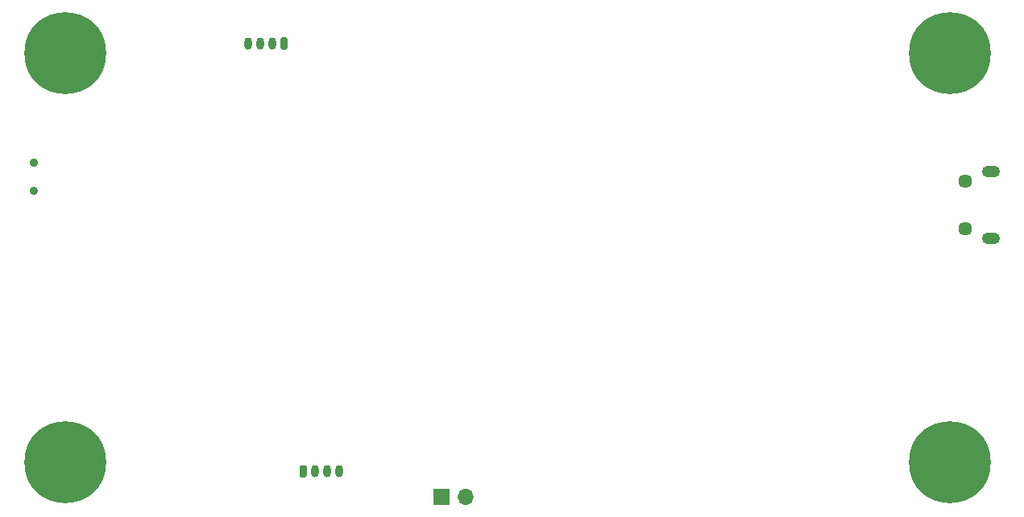
<source format=gbr>
%TF.GenerationSoftware,KiCad,Pcbnew,(5.1.8)-1*%
%TF.CreationDate,2021-03-29T14:59:59+03:00*%
%TF.ProjectId,STM32_PCB,53544d33-325f-4504-9342-2e6b69636164,rev?*%
%TF.SameCoordinates,Original*%
%TF.FileFunction,Soldermask,Bot*%
%TF.FilePolarity,Negative*%
%FSLAX46Y46*%
G04 Gerber Fmt 4.6, Leading zero omitted, Abs format (unit mm)*
G04 Created by KiCad (PCBNEW (5.1.8)-1) date 2021-03-29 14:59:59*
%MOMM*%
%LPD*%
G01*
G04 APERTURE LIST*
%ADD10O,1.700000X1.700000*%
%ADD11R,1.700000X1.700000*%
%ADD12C,8.600000*%
%ADD13C,0.900000*%
%ADD14C,1.450000*%
%ADD15O,1.900000X1.200000*%
%ADD16O,0.800000X1.300000*%
G04 APERTURE END LIST*
D10*
%TO.C,J6*%
X114040000Y-122650000D03*
D11*
X111500000Y-122650000D03*
%TD*%
D12*
%TO.C,H1*%
X72000000Y-119000000D03*
D13*
X75225000Y-119000000D03*
X74280419Y-121280419D03*
X72000000Y-122225000D03*
X69719581Y-121280419D03*
X68775000Y-119000000D03*
X69719581Y-116719581D03*
X72000000Y-115775000D03*
X74280419Y-116719581D03*
%TD*%
%TO.C,H2*%
X167280419Y-116719581D03*
X165000000Y-115775000D03*
X162719581Y-116719581D03*
X161775000Y-119000000D03*
X162719581Y-121280419D03*
X165000000Y-122225000D03*
X167280419Y-121280419D03*
X168225000Y-119000000D03*
D12*
X165000000Y-119000000D03*
%TD*%
D13*
%TO.C,H3*%
X74280419Y-73719581D03*
X72000000Y-72775000D03*
X69719581Y-73719581D03*
X68775000Y-76000000D03*
X69719581Y-78280419D03*
X72000000Y-79225000D03*
X74280419Y-78280419D03*
X75225000Y-76000000D03*
D12*
X72000000Y-76000000D03*
%TD*%
%TO.C,H4*%
X165000000Y-76000000D03*
D13*
X168225000Y-76000000D03*
X167280419Y-78280419D03*
X165000000Y-79225000D03*
X162719581Y-78280419D03*
X161775000Y-76000000D03*
X162719581Y-73719581D03*
X165000000Y-72775000D03*
X167280419Y-73719581D03*
%TD*%
D14*
%TO.C,J2*%
X166537500Y-94500000D03*
X166537500Y-89500000D03*
D15*
X169237500Y-95500000D03*
X169237500Y-88500000D03*
%TD*%
%TO.C,J3*%
G36*
G01*
X95400000Y-74550000D02*
X95400000Y-75450000D01*
G75*
G02*
X95200000Y-75650000I-200000J0D01*
G01*
X94800000Y-75650000D01*
G75*
G02*
X94600000Y-75450000I0J200000D01*
G01*
X94600000Y-74550000D01*
G75*
G02*
X94800000Y-74350000I200000J0D01*
G01*
X95200000Y-74350000D01*
G75*
G02*
X95400000Y-74550000I0J-200000D01*
G01*
G37*
D16*
X93750000Y-75000000D03*
X92500000Y-75000000D03*
X91250000Y-75000000D03*
%TD*%
%TO.C,J5*%
X100750000Y-120000000D03*
X99500000Y-120000000D03*
X98250000Y-120000000D03*
G36*
G01*
X96600000Y-120450000D02*
X96600000Y-119550000D01*
G75*
G02*
X96800000Y-119350000I200000J0D01*
G01*
X97200000Y-119350000D01*
G75*
G02*
X97400000Y-119550000I0J-200000D01*
G01*
X97400000Y-120450000D01*
G75*
G02*
X97200000Y-120650000I-200000J0D01*
G01*
X96800000Y-120650000D01*
G75*
G02*
X96600000Y-120450000I0J200000D01*
G01*
G37*
%TD*%
D13*
%TO.C,SW1*%
X68670000Y-87500000D03*
X68670000Y-90500000D03*
%TD*%
M02*

</source>
